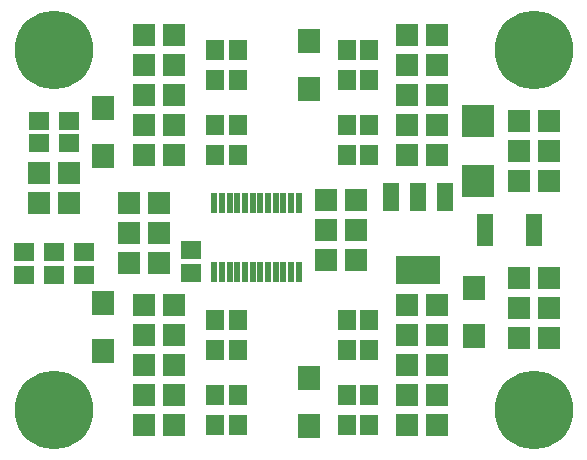
<source format=gbr>
G75*
%MOIN*%
%OFA0B0*%
%FSLAX24Y24*%
%IPPOS*%
%LPD*%
%AMOC8*
5,1,8,0,0,1.08239X$1,22.5*
%
%ADD10R,0.0218X0.0690*%
%ADD11R,0.0730X0.0730*%
%ADD12R,0.0592X0.0671*%
%ADD13R,0.0671X0.0592*%
%ADD14R,0.0749X0.0789*%
%ADD15C,0.2620*%
%ADD16R,0.0560X0.0960*%
%ADD17R,0.1497X0.0946*%
%ADD18R,0.1064X0.1084*%
%ADD19R,0.0580X0.1080*%
D10*
X007484Y007219D03*
X007740Y007219D03*
X007996Y007219D03*
X008252Y007219D03*
X008508Y007219D03*
X008764Y007219D03*
X009020Y007219D03*
X009276Y007219D03*
X009531Y007219D03*
X009787Y007219D03*
X010043Y007219D03*
X010299Y007219D03*
X010299Y009516D03*
X010043Y009516D03*
X009787Y009516D03*
X009531Y009516D03*
X009276Y009516D03*
X009020Y009516D03*
X008764Y009516D03*
X008508Y009516D03*
X008252Y009516D03*
X007996Y009516D03*
X007740Y009516D03*
X007484Y009516D03*
D11*
X005642Y009493D03*
X004642Y009493D03*
X004642Y008493D03*
X005642Y008493D03*
X005642Y007493D03*
X004642Y007493D03*
X005142Y006118D03*
X006142Y006118D03*
X006142Y005118D03*
X005142Y005118D03*
X005142Y004118D03*
X006142Y004118D03*
X006142Y003118D03*
X005142Y003118D03*
X005142Y002118D03*
X006142Y002118D03*
X011204Y007618D03*
X012204Y007618D03*
X012204Y008618D03*
X011204Y008618D03*
X011204Y009618D03*
X012204Y009618D03*
X013892Y011118D03*
X014892Y011118D03*
X014892Y012118D03*
X013892Y012118D03*
X013892Y013118D03*
X014892Y013118D03*
X014892Y014118D03*
X013892Y014118D03*
X013892Y015118D03*
X014892Y015118D03*
X017642Y012243D03*
X018642Y012243D03*
X018642Y011243D03*
X017642Y011243D03*
X017642Y010243D03*
X018642Y010243D03*
X018642Y006993D03*
X017642Y006993D03*
X017642Y005993D03*
X018642Y005993D03*
X018642Y004993D03*
X017642Y004993D03*
X014892Y005118D03*
X013892Y005118D03*
X013892Y006118D03*
X014892Y006118D03*
X014892Y004118D03*
X013892Y004118D03*
X013892Y003118D03*
X014892Y003118D03*
X014892Y002118D03*
X013892Y002118D03*
X002642Y009493D03*
X001642Y009493D03*
X001642Y010493D03*
X002642Y010493D03*
X005142Y011118D03*
X006142Y011118D03*
X006142Y012118D03*
X005142Y012118D03*
X005142Y013118D03*
X006142Y013118D03*
X006142Y014118D03*
X005142Y014118D03*
X005142Y015118D03*
X006142Y015118D03*
D12*
X007518Y014618D03*
X008266Y014618D03*
X008266Y013618D03*
X007518Y013618D03*
X007518Y012118D03*
X008266Y012118D03*
X008266Y011118D03*
X007518Y011118D03*
X011893Y011118D03*
X012641Y011118D03*
X012641Y012118D03*
X011893Y012118D03*
X011893Y013618D03*
X012641Y013618D03*
X012641Y014618D03*
X011893Y014618D03*
X011893Y005618D03*
X012641Y005618D03*
X012641Y004618D03*
X011893Y004618D03*
X011893Y003118D03*
X012641Y003118D03*
X012641Y002118D03*
X011893Y002118D03*
X008266Y002118D03*
X007518Y002118D03*
X007518Y003118D03*
X008266Y003118D03*
X008266Y004618D03*
X007518Y004618D03*
X007518Y005618D03*
X008266Y005618D03*
D13*
X006704Y007181D03*
X006704Y007929D03*
X003142Y007867D03*
X002142Y007867D03*
X001142Y007867D03*
X001142Y007118D03*
X002142Y007118D03*
X003142Y007118D03*
X002642Y011493D03*
X001642Y011493D03*
X001642Y012242D03*
X002642Y012242D03*
D14*
X003767Y012675D03*
X003767Y011060D03*
X003767Y006175D03*
X003767Y004560D03*
X010642Y003675D03*
X010642Y002060D03*
X016142Y005060D03*
X016142Y006675D03*
X010642Y013310D03*
X010642Y014925D03*
D15*
X002142Y002618D03*
X018142Y002618D03*
X018142Y014618D03*
X002142Y014618D03*
D16*
X013357Y009713D03*
X014267Y009713D03*
X015177Y009713D03*
D17*
X014267Y007272D03*
D18*
X016267Y010248D03*
X016267Y012237D03*
D19*
X016517Y008618D03*
X018142Y008618D03*
M02*

</source>
